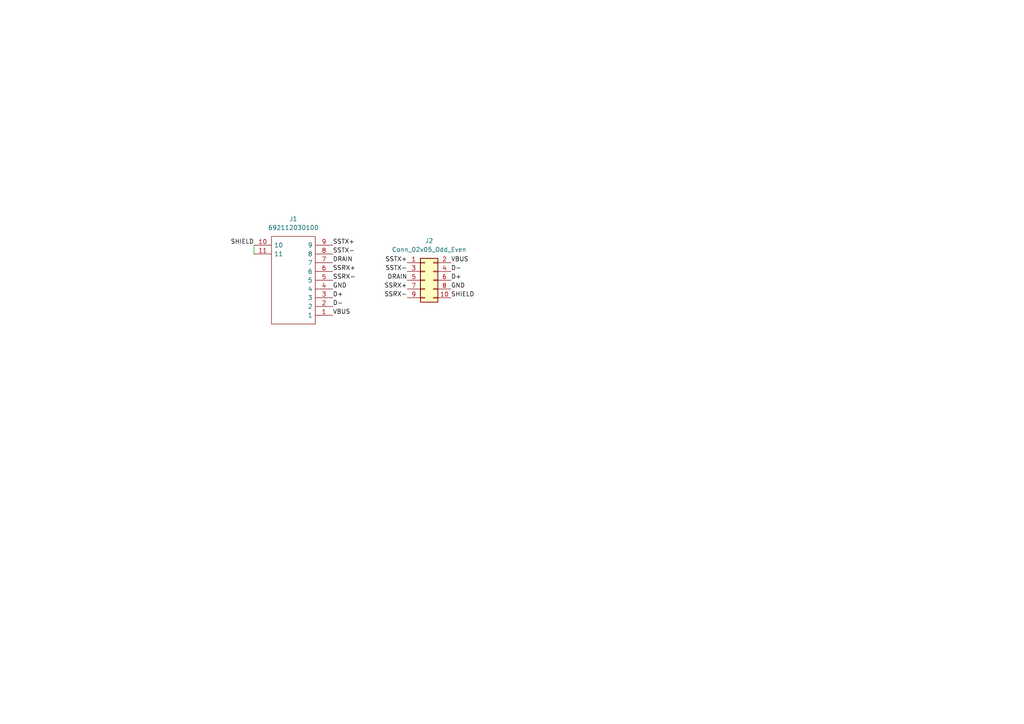
<source format=kicad_sch>
(kicad_sch (version 20230121) (generator eeschema)
  (paper "A4")
  (lib_symbols
    (symbol "Connector_Generic:Conn_02x05_Odd_Even" (pin_names (offset 1.016) hide)
      (property "Reference" "J" (at 1.27 7.62 0))
      (property "Value" "Conn_02x05_Odd_Even" (at 1.27 -7.62 0))
      (symbol "Conn_02x05_Odd_Even_1_1"
        (rectangle (start -1.27 -4.953) (end 0 -5.207) (stroke (width 0.1524)))
        (rectangle (start -1.27 -2.413) (end 0 -2.667) (stroke (width 0.1524)))
        (rectangle (start -1.27 0.127) (end 0 -0.127) (stroke (width 0.1524)))
        (rectangle (start -1.27 2.667) (end 0 2.413) (stroke (width 0.1524)))
        (rectangle (start -1.27 5.207) (end 0 4.953) (stroke (width 0.1524)))
        (rectangle (start -1.27 6.35) (end 3.81 -6.35) (stroke (width 0.254)) (fill (type background)))
        (rectangle (start 3.81 -4.953) (end 2.54 -5.207) (stroke (width 0.1524)))
        (rectangle (start 3.81 -2.413) (end 2.54 -2.667) (stroke (width 0.1524)))
        (rectangle (start 3.81 0.127) (end 2.54 -0.127) (stroke (width 0.1524)))
        (rectangle (start 3.81 2.667) (end 2.54 2.413) (stroke (width 0.1524)))
        (rectangle (start 3.81 5.207) (end 2.54 4.953) (stroke (width 0.1524)))
        (pin passive line (at -5.08 5.08 0) (length 3.81) (name "Pin_1") (number "1"))
        (pin passive line (at 7.62 -5.08 180) (length 3.81) (name "Pin_10") (number "10"))
        (pin passive line (at 7.62 5.08 180) (length 3.81) (name "Pin_2") (number "2"))
        (pin passive line (at -5.08 2.54 0) (length 3.81) (name "Pin_3") (number "3"))
        (pin passive line (at 7.62 2.54 180) (length 3.81) (name "Pin_4") (number "4"))
        (pin passive line (at -5.08 0 0) (length 3.81) (name "Pin_5") (number "5"))
        (pin passive line (at 7.62 0 180) (length 3.81) (name "Pin_6") (number "6"))
        (pin passive line (at -5.08 -2.54 0) (length 3.81) (name "Pin_7") (number "7"))
        (pin passive line (at 7.62 -2.54 180) (length 3.81) (name "Pin_8") (number "8"))
        (pin passive line (at -5.08 -5.08 0) (length 3.81) (name "Pin_9") (number "9"))
      )
    )
    (symbol "mouser:692112030100" (pin_names (offset 0.762))
      (property "Reference" "J" (at 19.05 7.62 0))
      (property "Value" "692112030100" (at 19.05 5.08 0))
      (symbol "692112030100_0_0"
        (pin passive line (at 22.86 -20.32 180) (length 5.08) (name "1") (number "1"))
        (pin passive line (at 0 0 0) (length 5.08) (name "10") (number "10"))
        (pin passive line (at 0 -2.54 0) (length 5.08) (name "11") (number "11"))
        (pin passive line (at 22.86 -17.78 180) (length 5.08) (name "2") (number "2"))
        (pin passive line (at 22.86 -15.24 180) (length 5.08) (name "3") (number "3"))
        (pin passive line (at 22.86 -12.7 180) (length 5.08) (name "4") (number "4"))
        (pin passive line (at 22.86 -10.16 180) (length 5.08) (name "5") (number "5"))
        (pin passive line (at 22.86 -7.62 180) (length 5.08) (name "6") (number "6"))
        (pin passive line (at 22.86 -5.08 180) (length 5.08) (name "7") (number "7"))
        (pin passive line (at 22.86 -2.54 180) (length 5.08) (name "8") (number "8"))
        (pin passive line (at 22.86 0 180) (length 5.08) (name "9") (number "9"))
      )
      (symbol "692112030100_0_1"
        (polyline (pts (xy 5.08 2.54) (xy 17.78 2.54) (xy 17.78 -22.86) (xy 5.08 -22.86) (xy 5.08 2.54)) (stroke (width 0.1524)))
      )
    )
  )
  (wire (pts (xy 73.66 71.12) (xy 73.66 73.66)))
  (label "SSTX-" (at 96.52 73.66 0))
  (label "DRAIN" (at 96.52 76.2 0))
  (label "SSTX+" (at 96.52 71.12 0))
  (label "SHIELD" (at 73.66 71.12 180))
  (label "D+" (at 130.81 81.28 0))
  (label "SSTX-" (at 118.11 78.74 180))
  (label "SHIELD" (at 130.81 86.36 0))
  (label "D-" (at 96.52 88.9 0))
  (label "D-" (at 130.81 78.74 0))
  (label "GND" (at 130.81 83.82 0))
  (label "SSRX-" (at 96.52 81.28 0))
  (label "SSRX+" (at 96.52 78.74 0))
  (label "D+" (at 96.52 86.36 0))
  (label "VBUS" (at 130.81 76.2 0))
  (label "DRAIN" (at 118.11 81.28 180))
  (label "SSRX-" (at 118.11 86.36 180))
  (label "SSRX+" (at 118.11 83.82 180))
  (label "VBUS" (at 96.52 91.44 0))
  (label "GND" (at 96.52 83.82 0))
  (label "SSTX+" (at 118.11 76.2 180))
  (symbol (lib_id "mouser:692112030100") (at 73.66 71.12 0) (unit 1)
    (property "Reference" "J1" (at 85.09 63.5 0))
    (property "Value" "692112030100" (at 85.09 66.04 0))
    (property "Footprint" "692112030100" (effects hide))
    (property "Datasheet" "https://componentsearchengine.com//692112030100.pdf" (effects hide))
    (property "Description" "Wurth Elektronik Male Right Angle Through Hole Version 3 Type A USB Connector, 30 V ac, 0.25A WR-COM" (effects hide))
    (property "Height" "1" (effects hide))
    (property "Mouser2 Part Number" "710-692112030100" (effects hide))
    (property "Mouser2 Price/Stock" "https://www.mouser.com/Search/Refine.aspx?Keyword=710-692112030100" (effects hide))
    (property "Manufacturer_Name" "Wurth Elektronik" (effects hide))
    (property "Manufacturer_Part_Number" "692112030100" (effects hide))
  )
  (symbol (lib_id "Connector_Generic:Conn_02x05_Odd_Even") (at 123.19 81.28 0) (unit 1)
    (property "Reference" "J2" (at 124.46 69.85 0))
    (property "Value" "Conn_02x05_Odd_Even" (at 124.46 72.39 0))
    (property "Footprint" "Connector_PinSocket_2.54mm:PinSocket_2x05_P2.54mm_Vertical" (effects hide))
  )
)
</source>
